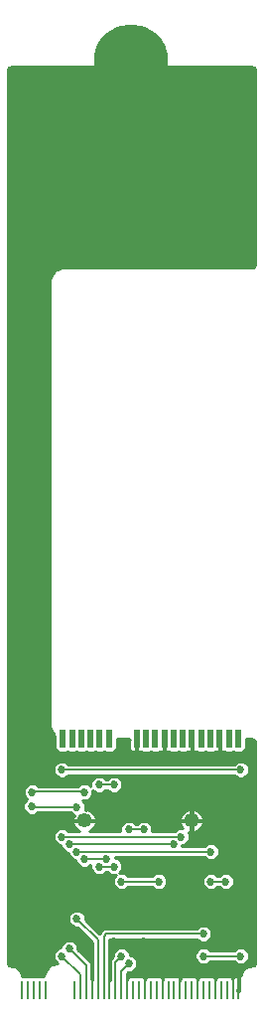
<source format=gbl>
G04 #@! TF.FileFunction,Copper,L2,Bot,Signal*
%FSLAX46Y46*%
G04 Gerber Fmt 4.6, Leading zero omitted, Abs format (unit mm)*
G04 Created by KiCad (PCBNEW 4.0.5) date Monday, October 16, 2017 'PMt' 01:44:04 PM*
%MOMM*%
%LPD*%
G01*
G04 APERTURE LIST*
%ADD10C,0.100000*%
%ADD11R,0.558800X1.500000*%
%ADD12O,1.270000X1.270000*%
%ADD13C,5.080000*%
%ADD14C,6.350000*%
%ADD15R,0.254000X1.600000*%
%ADD16C,0.685800*%
%ADD17C,0.177800*%
%ADD18C,0.254000*%
G04 APERTURE END LIST*
D10*
D11*
X49316400Y-122466000D03*
X48529000Y-122466000D03*
X47741600Y-122466000D03*
X46954200Y-122466000D03*
X46166800Y-122466000D03*
X45379400Y-122466000D03*
X44592000Y-122466000D03*
X43804600Y-122466000D03*
X43017200Y-122466000D03*
X42229800Y-122466000D03*
X41442400Y-122466000D03*
X40655000Y-122466000D03*
X38292800Y-122466000D03*
X37505400Y-122466000D03*
X36718000Y-122466000D03*
X35930600Y-122466000D03*
X35143200Y-122466000D03*
X34355800Y-122466000D03*
D12*
X36210000Y-129432000D03*
X45354000Y-129432000D03*
D13*
X38496000Y-79066000D03*
D14*
X40210000Y-64780000D03*
D15*
X49360000Y-143880000D03*
X48860000Y-143880000D03*
X48360000Y-143880000D03*
X47860000Y-143880000D03*
X47360000Y-143880000D03*
X46860000Y-143880000D03*
X46360000Y-143880000D03*
X45860000Y-143880000D03*
X45360000Y-143880000D03*
X44860000Y-143880000D03*
X44360000Y-143880000D03*
X43860000Y-143880000D03*
X43360000Y-143880000D03*
X42860000Y-143880000D03*
X42360000Y-143880000D03*
X41860000Y-143880000D03*
X41360000Y-143880000D03*
X40860000Y-143880000D03*
X40360000Y-143880000D03*
X39860000Y-143880000D03*
X39360000Y-143880000D03*
X38860000Y-143880000D03*
X38360000Y-143880000D03*
X37860000Y-143880000D03*
X37360000Y-143880000D03*
X36860000Y-143880000D03*
X36360000Y-143880000D03*
X35860000Y-143880000D03*
X35360000Y-143880000D03*
X32860000Y-143880000D03*
X32360000Y-143880000D03*
X31860000Y-143880000D03*
X31360000Y-143880000D03*
X30860000Y-143880000D03*
D16*
X49530000Y-140970000D03*
X46355000Y-140970000D03*
X49530000Y-125095000D03*
X34290000Y-125095000D03*
X41275000Y-139700000D03*
X38735000Y-139700000D03*
X35560000Y-139065000D03*
X43180000Y-126365000D03*
X39370000Y-123190000D03*
X47625000Y-129540000D03*
X35560000Y-137795000D03*
X46990000Y-132080000D03*
X35560000Y-132080000D03*
X46355000Y-139065000D03*
X44450000Y-130810000D03*
X34290000Y-130810000D03*
X34290000Y-140970000D03*
X43815000Y-131445000D03*
X34925000Y-131445000D03*
X34925000Y-140335000D03*
X39370000Y-134620000D03*
X39370000Y-140970000D03*
X42545000Y-134620000D03*
X40005000Y-130175000D03*
X40005000Y-141605000D03*
X41275000Y-130175000D03*
X38100000Y-132715000D03*
X36195000Y-132715000D03*
X37465000Y-126365000D03*
X38735000Y-126365000D03*
X38735000Y-133350000D03*
X37465000Y-133350000D03*
X31750000Y-127000000D03*
X36195000Y-127000000D03*
X31710000Y-128230000D03*
X35560000Y-128270000D03*
X48260000Y-134620000D03*
X46990000Y-134620000D03*
D17*
X46355000Y-140970000D02*
X49530000Y-140970000D01*
X34290000Y-125095000D02*
X49530000Y-125095000D01*
X42860000Y-143880000D02*
X42860000Y-141690000D01*
X43180000Y-141605000D02*
X43180000Y-141690000D01*
X42945000Y-141605000D02*
X43180000Y-141605000D01*
X42860000Y-141690000D02*
X42945000Y-141605000D01*
X44360000Y-143880000D02*
X44360000Y-141690000D01*
X44450000Y-141605000D02*
X44450000Y-141690000D01*
X44445000Y-141605000D02*
X44450000Y-141605000D01*
X44360000Y-141690000D02*
X44445000Y-141605000D01*
X45860000Y-143880000D02*
X45860000Y-141690000D01*
X45720000Y-141605000D02*
X45720000Y-141690000D01*
X45775000Y-141605000D02*
X45720000Y-141605000D01*
X45860000Y-141690000D02*
X45775000Y-141605000D01*
X47360000Y-143880000D02*
X47360000Y-141690000D01*
X47625000Y-141605000D02*
X47625000Y-141690000D01*
X47445000Y-141605000D02*
X47625000Y-141605000D01*
X47360000Y-141690000D02*
X47445000Y-141605000D01*
X48860000Y-143880000D02*
X48860000Y-141690000D01*
X48895000Y-141605000D02*
X48895000Y-141690000D01*
X48895000Y-141655000D02*
X48895000Y-141605000D01*
X48860000Y-141690000D02*
X48895000Y-141655000D01*
X41360000Y-141690000D02*
X43180000Y-141690000D01*
X43180000Y-141690000D02*
X44450000Y-141690000D01*
X44450000Y-141690000D02*
X45720000Y-141690000D01*
X45720000Y-141690000D02*
X47625000Y-141690000D01*
X47625000Y-141690000D02*
X48895000Y-141690000D01*
X48895000Y-141690000D02*
X48980000Y-141690000D01*
X49360000Y-142070000D02*
X49360000Y-143880000D01*
X48980000Y-141690000D02*
X49360000Y-142070000D01*
X41360000Y-143880000D02*
X41360000Y-141690000D01*
X41360000Y-141690000D02*
X41275000Y-141605000D01*
X39860000Y-143880000D02*
X39860000Y-143020000D01*
X41275000Y-141605000D02*
X41275000Y-139700000D01*
X39860000Y-143020000D02*
X41275000Y-141605000D01*
X38360000Y-143880000D02*
X38360000Y-140075000D01*
X38360000Y-140075000D02*
X38735000Y-139700000D01*
X36860000Y-143880000D02*
X36860000Y-140365000D01*
X36860000Y-140365000D02*
X35560000Y-139065000D01*
X40210000Y-64780000D02*
X40210000Y-69010000D01*
X40210000Y-69010000D02*
X40005000Y-69215000D01*
X37360000Y-143880000D02*
X37360000Y-139595000D01*
X37360000Y-139595000D02*
X35560000Y-137795000D01*
X35560000Y-132080000D02*
X46990000Y-132080000D01*
X37860000Y-143880000D02*
X37860000Y-139305000D01*
X37860000Y-139305000D02*
X38100000Y-139065000D01*
X46355000Y-139065000D02*
X38100000Y-139065000D01*
X44450000Y-130810000D02*
X34290000Y-130810000D01*
X35860000Y-143880000D02*
X35860000Y-142540000D01*
X35860000Y-142540000D02*
X34290000Y-140970000D01*
X36360000Y-143880000D02*
X36360000Y-141770000D01*
X34925000Y-131445000D02*
X43815000Y-131445000D01*
X36360000Y-141770000D02*
X34925000Y-140335000D01*
X38860000Y-143880000D02*
X38860000Y-141480000D01*
X38860000Y-141480000D02*
X39370000Y-140970000D01*
X39370000Y-134620000D02*
X42545000Y-134620000D01*
X39360000Y-143880000D02*
X39360000Y-142250000D01*
X39360000Y-142250000D02*
X40005000Y-141605000D01*
X40005000Y-130175000D02*
X41275000Y-130175000D01*
X36195000Y-132715000D02*
X38100000Y-132715000D01*
X38735000Y-126365000D02*
X37465000Y-126365000D01*
X37465000Y-133350000D02*
X38735000Y-133350000D01*
X34925000Y-126980000D02*
X31770000Y-126980000D01*
X31770000Y-126980000D02*
X31750000Y-127000000D01*
X34925000Y-126980000D02*
X36175000Y-126980000D01*
X36175000Y-126980000D02*
X36195000Y-127000000D01*
X31750000Y-128270000D02*
X35560000Y-128270000D01*
X31710000Y-128230000D02*
X31750000Y-128270000D01*
X46990000Y-134620000D02*
X48260000Y-134620000D01*
D18*
G36*
X50569089Y-65266632D02*
X50661571Y-65328427D01*
X50723368Y-65420911D01*
X50754000Y-65574911D01*
X50754000Y-81985089D01*
X50723368Y-82139089D01*
X50661571Y-82231573D01*
X50569089Y-82293368D01*
X50415089Y-82324000D01*
X34460000Y-82324000D01*
X34415950Y-82332762D01*
X34371040Y-82332762D01*
X34084026Y-82389852D01*
X34084025Y-82389852D01*
X34015937Y-82418055D01*
X33919647Y-82457940D01*
X33919646Y-82457941D01*
X33676329Y-82620520D01*
X33613425Y-82683425D01*
X33550520Y-82746329D01*
X33387940Y-82989646D01*
X33341219Y-83102441D01*
X33319852Y-83154026D01*
X33262762Y-83441039D01*
X33262762Y-83485950D01*
X33254000Y-83530000D01*
X33254000Y-121280000D01*
X33262762Y-121324050D01*
X33262762Y-121368961D01*
X33319852Y-121655974D01*
X33319852Y-121655975D01*
X33387940Y-121820354D01*
X33550520Y-122063671D01*
X33613425Y-122126575D01*
X33676329Y-122189480D01*
X33687936Y-122197236D01*
X33687936Y-123216000D01*
X33714503Y-123357190D01*
X33797946Y-123486865D01*
X33925266Y-123573859D01*
X34076400Y-123604464D01*
X34635200Y-123604464D01*
X34753695Y-123582167D01*
X34863800Y-123604464D01*
X35422600Y-123604464D01*
X35541095Y-123582167D01*
X35651200Y-123604464D01*
X36210000Y-123604464D01*
X36328495Y-123582167D01*
X36438600Y-123604464D01*
X36997400Y-123604464D01*
X37115895Y-123582167D01*
X37226000Y-123604464D01*
X37784800Y-123604464D01*
X37903295Y-123582167D01*
X38013400Y-123604464D01*
X38572200Y-123604464D01*
X38713390Y-123577897D01*
X38843065Y-123494454D01*
X38930059Y-123367134D01*
X38960664Y-123216000D01*
X38960664Y-122486000D01*
X39994600Y-122486000D01*
X39994600Y-122529502D01*
X40089848Y-122529502D01*
X39994600Y-122624750D01*
X39994600Y-123291785D01*
X40052604Y-123431819D01*
X40159780Y-123538996D01*
X40299814Y-123597000D01*
X40496250Y-123597000D01*
X40591500Y-123501750D01*
X40591500Y-122529500D01*
X40571500Y-122529500D01*
X40571500Y-122486000D01*
X40738500Y-122486000D01*
X40738500Y-122529500D01*
X40718500Y-122529500D01*
X40718500Y-123501750D01*
X40813750Y-123597000D01*
X41010186Y-123597000D01*
X41048261Y-123581229D01*
X41163000Y-123604464D01*
X41721800Y-123604464D01*
X41840295Y-123582167D01*
X41950400Y-123604464D01*
X42509200Y-123604464D01*
X42626670Y-123582360D01*
X42662014Y-123597000D01*
X42858450Y-123597000D01*
X42953700Y-123501750D01*
X42953700Y-122529500D01*
X42933700Y-122529500D01*
X42933700Y-122486000D01*
X43100700Y-122486000D01*
X43100700Y-122529500D01*
X43080700Y-122529500D01*
X43080700Y-123501750D01*
X43175950Y-123597000D01*
X43372386Y-123597000D01*
X43410461Y-123581229D01*
X43525200Y-123604464D01*
X44084000Y-123604464D01*
X44202495Y-123582167D01*
X44312600Y-123604464D01*
X44871400Y-123604464D01*
X44988870Y-123582360D01*
X45024214Y-123597000D01*
X45220650Y-123597000D01*
X45315900Y-123501750D01*
X45315900Y-122529500D01*
X45295900Y-122529500D01*
X45295900Y-122486000D01*
X45462900Y-122486000D01*
X45462900Y-122529500D01*
X45442900Y-122529500D01*
X45442900Y-123501750D01*
X45538150Y-123597000D01*
X45734586Y-123597000D01*
X45772661Y-123581229D01*
X45887400Y-123604464D01*
X46446200Y-123604464D01*
X46564695Y-123582167D01*
X46674800Y-123604464D01*
X47233600Y-123604464D01*
X47351070Y-123582360D01*
X47386414Y-123597000D01*
X47582850Y-123597000D01*
X47678100Y-123501750D01*
X47678100Y-122529500D01*
X47658100Y-122529500D01*
X47658100Y-122486000D01*
X47825100Y-122486000D01*
X47825100Y-122529500D01*
X47805100Y-122529500D01*
X47805100Y-123501750D01*
X47900350Y-123597000D01*
X48096786Y-123597000D01*
X48134861Y-123581229D01*
X48249600Y-123604464D01*
X48808400Y-123604464D01*
X48926895Y-123582167D01*
X49037000Y-123604464D01*
X49595800Y-123604464D01*
X49736990Y-123577897D01*
X49866665Y-123494454D01*
X49953659Y-123367134D01*
X49984264Y-123216000D01*
X49984264Y-122486000D01*
X50415089Y-122486000D01*
X50569089Y-122516632D01*
X50661571Y-122578427D01*
X50723368Y-122670911D01*
X50754000Y-122824911D01*
X50754000Y-141485089D01*
X50723368Y-141639089D01*
X50661571Y-141731573D01*
X50569089Y-141793368D01*
X50371039Y-141832762D01*
X50371038Y-141832762D01*
X50179697Y-141870822D01*
X50179695Y-141870822D01*
X50015316Y-141938911D01*
X49853105Y-142047298D01*
X49786568Y-142113836D01*
X49727298Y-142173105D01*
X49618911Y-142335316D01*
X49550822Y-142499695D01*
X49550822Y-142499697D01*
X49512762Y-142691039D01*
X49512762Y-142704988D01*
X49423500Y-142794250D01*
X49423500Y-143816500D01*
X49443500Y-143816500D01*
X49443500Y-143943500D01*
X49423500Y-143943500D01*
X49423500Y-143963500D01*
X49296500Y-143963500D01*
X49296500Y-143943500D01*
X49276500Y-143943500D01*
X49276500Y-143816500D01*
X49296500Y-143816500D01*
X49296500Y-143792750D01*
X49368000Y-143721250D01*
X49368000Y-143004215D01*
X49309996Y-142864181D01*
X49296500Y-142850685D01*
X49296500Y-142794250D01*
X49201250Y-142699000D01*
X49157214Y-142699000D01*
X49110000Y-142718557D01*
X49062786Y-142699000D01*
X49018750Y-142699000D01*
X48923500Y-142794250D01*
X48923500Y-142850685D01*
X48910004Y-142864181D01*
X48858329Y-142988936D01*
X48848897Y-142938810D01*
X48796500Y-142857382D01*
X48796500Y-142794250D01*
X48701250Y-142699000D01*
X48657214Y-142699000D01*
X48613426Y-142717138D01*
X48487000Y-142691536D01*
X48233000Y-142691536D01*
X48105486Y-142715530D01*
X47987000Y-142691536D01*
X47733000Y-142691536D01*
X47603565Y-142715891D01*
X47562786Y-142699000D01*
X47518750Y-142699000D01*
X47423500Y-142794250D01*
X47423500Y-142858090D01*
X47375141Y-142928866D01*
X47360568Y-143000833D01*
X47348897Y-142938810D01*
X47296500Y-142857382D01*
X47296500Y-142794250D01*
X47201250Y-142699000D01*
X47157214Y-142699000D01*
X47113426Y-142717138D01*
X46987000Y-142691536D01*
X46733000Y-142691536D01*
X46605486Y-142715530D01*
X46487000Y-142691536D01*
X46233000Y-142691536D01*
X46103565Y-142715891D01*
X46062786Y-142699000D01*
X46018750Y-142699000D01*
X45923500Y-142794250D01*
X45923500Y-142858090D01*
X45875141Y-142928866D01*
X45860568Y-143000833D01*
X45848897Y-142938810D01*
X45796500Y-142857382D01*
X45796500Y-142794250D01*
X45701250Y-142699000D01*
X45657214Y-142699000D01*
X45613426Y-142717138D01*
X45487000Y-142691536D01*
X45233000Y-142691536D01*
X45105486Y-142715530D01*
X44987000Y-142691536D01*
X44733000Y-142691536D01*
X44603565Y-142715891D01*
X44562786Y-142699000D01*
X44518750Y-142699000D01*
X44423500Y-142794250D01*
X44423500Y-142858090D01*
X44375141Y-142928866D01*
X44360568Y-143000833D01*
X44348897Y-142938810D01*
X44296500Y-142857382D01*
X44296500Y-142794250D01*
X44201250Y-142699000D01*
X44157214Y-142699000D01*
X44113426Y-142717138D01*
X43987000Y-142691536D01*
X43733000Y-142691536D01*
X43605486Y-142715530D01*
X43487000Y-142691536D01*
X43233000Y-142691536D01*
X43103565Y-142715891D01*
X43062786Y-142699000D01*
X43018750Y-142699000D01*
X42923500Y-142794250D01*
X42923500Y-142858090D01*
X42875141Y-142928866D01*
X42860568Y-143000833D01*
X42848897Y-142938810D01*
X42796500Y-142857382D01*
X42796500Y-142794250D01*
X42701250Y-142699000D01*
X42657214Y-142699000D01*
X42613426Y-142717138D01*
X42487000Y-142691536D01*
X42233000Y-142691536D01*
X42105486Y-142715530D01*
X41987000Y-142691536D01*
X41733000Y-142691536D01*
X41603565Y-142715891D01*
X41562786Y-142699000D01*
X41518750Y-142699000D01*
X41423500Y-142794250D01*
X41423500Y-142858090D01*
X41375141Y-142928866D01*
X41360568Y-143000833D01*
X41348897Y-142938810D01*
X41296500Y-142857382D01*
X41296500Y-142794250D01*
X41201250Y-142699000D01*
X41157214Y-142699000D01*
X41113426Y-142717138D01*
X40987000Y-142691536D01*
X40733000Y-142691536D01*
X40605486Y-142715530D01*
X40487000Y-142691536D01*
X40233000Y-142691536D01*
X40103565Y-142715891D01*
X40062786Y-142699000D01*
X40018750Y-142699000D01*
X39923500Y-142794250D01*
X39923500Y-142858090D01*
X39875141Y-142928866D01*
X39860568Y-143000833D01*
X39848897Y-142938810D01*
X39829900Y-142909288D01*
X39829900Y-142444638D01*
X39945690Y-142328848D01*
X40148361Y-142329025D01*
X40414521Y-142219050D01*
X40618335Y-142015592D01*
X40728774Y-141749624D01*
X40729025Y-141461639D01*
X40619050Y-141195479D01*
X40537076Y-141113361D01*
X45630975Y-141113361D01*
X45740950Y-141379521D01*
X45944408Y-141583335D01*
X46210376Y-141693774D01*
X46498361Y-141694025D01*
X46764521Y-141584050D01*
X46908923Y-141439900D01*
X48976224Y-141439900D01*
X49119408Y-141583335D01*
X49385376Y-141693774D01*
X49673361Y-141694025D01*
X49939521Y-141584050D01*
X50143335Y-141380592D01*
X50253774Y-141114624D01*
X50254025Y-140826639D01*
X50144050Y-140560479D01*
X49940592Y-140356665D01*
X49674624Y-140246226D01*
X49386639Y-140245975D01*
X49120479Y-140355950D01*
X48976077Y-140500100D01*
X46908776Y-140500100D01*
X46765592Y-140356665D01*
X46499624Y-140246226D01*
X46211639Y-140245975D01*
X45945479Y-140355950D01*
X45741665Y-140559408D01*
X45631226Y-140825376D01*
X45630975Y-141113361D01*
X40537076Y-141113361D01*
X40415592Y-140991665D01*
X40149624Y-140881226D01*
X40093977Y-140881177D01*
X40094025Y-140826639D01*
X39984050Y-140560479D01*
X39780592Y-140356665D01*
X39514624Y-140246226D01*
X39226639Y-140245975D01*
X38960479Y-140355950D01*
X38756665Y-140559408D01*
X38646226Y-140825376D01*
X38646048Y-141029414D01*
X38527731Y-141147731D01*
X38425869Y-141300177D01*
X38390100Y-141480000D01*
X38390100Y-142906973D01*
X38375141Y-142928866D01*
X38360568Y-143000833D01*
X38348897Y-142938810D01*
X38329900Y-142909288D01*
X38329900Y-139534900D01*
X45801224Y-139534900D01*
X45944408Y-139678335D01*
X46210376Y-139788774D01*
X46498361Y-139789025D01*
X46764521Y-139679050D01*
X46968335Y-139475592D01*
X47078774Y-139209624D01*
X47079025Y-138921639D01*
X46969050Y-138655479D01*
X46765592Y-138451665D01*
X46499624Y-138341226D01*
X46211639Y-138340975D01*
X45945479Y-138450950D01*
X45801077Y-138595100D01*
X38100000Y-138595100D01*
X37920177Y-138630869D01*
X37767730Y-138732731D01*
X37527731Y-138972731D01*
X37477478Y-139047939D01*
X36283848Y-137854310D01*
X36284025Y-137651639D01*
X36174050Y-137385479D01*
X35970592Y-137181665D01*
X35704624Y-137071226D01*
X35416639Y-137070975D01*
X35150479Y-137180950D01*
X34946665Y-137384408D01*
X34836226Y-137650376D01*
X34835975Y-137938361D01*
X34945950Y-138204521D01*
X35149408Y-138408335D01*
X35415376Y-138518774D01*
X35619414Y-138518952D01*
X36890100Y-139789639D01*
X36890100Y-142906973D01*
X36875141Y-142928866D01*
X36860568Y-143000833D01*
X36848897Y-142938810D01*
X36829900Y-142909288D01*
X36829900Y-141770000D01*
X36794131Y-141590177D01*
X36753922Y-141530000D01*
X36692269Y-141437730D01*
X35648848Y-140394310D01*
X35649025Y-140191639D01*
X35539050Y-139925479D01*
X35335592Y-139721665D01*
X35069624Y-139611226D01*
X34781639Y-139610975D01*
X34515479Y-139720950D01*
X34311665Y-139924408D01*
X34201226Y-140190376D01*
X34201177Y-140246023D01*
X34146639Y-140245975D01*
X33880479Y-140355950D01*
X33676665Y-140559408D01*
X33566226Y-140825376D01*
X33565975Y-141113361D01*
X33675950Y-141379521D01*
X33878836Y-141582762D01*
X33871038Y-141582762D01*
X33871036Y-141582763D01*
X33584026Y-141639852D01*
X33584025Y-141639852D01*
X33515937Y-141668055D01*
X33419647Y-141707940D01*
X33419646Y-141707941D01*
X33176329Y-141870520D01*
X33113425Y-141933425D01*
X33050520Y-141996329D01*
X32887940Y-142239646D01*
X32834376Y-142368961D01*
X32819852Y-142404026D01*
X32762762Y-142691039D01*
X32762762Y-142691536D01*
X32733000Y-142691536D01*
X32605486Y-142715530D01*
X32487000Y-142691536D01*
X32233000Y-142691536D01*
X32105486Y-142715530D01*
X31987000Y-142691536D01*
X31733000Y-142691536D01*
X31605486Y-142715530D01*
X31487000Y-142691536D01*
X31233000Y-142691536D01*
X31105486Y-142715530D01*
X30987000Y-142691536D01*
X30907238Y-142691536D01*
X30907238Y-142691040D01*
X30869178Y-142499697D01*
X30869178Y-142499695D01*
X30801089Y-142335316D01*
X30692702Y-142173105D01*
X30608830Y-142089234D01*
X30566895Y-142047298D01*
X30404684Y-141938911D01*
X30240305Y-141870822D01*
X30240303Y-141870822D01*
X30048961Y-141832762D01*
X29850911Y-141793368D01*
X29758427Y-141731571D01*
X29696632Y-141639089D01*
X29666000Y-141485089D01*
X29666000Y-130953361D01*
X33565975Y-130953361D01*
X33675950Y-131219521D01*
X33879408Y-131423335D01*
X34145376Y-131533774D01*
X34201023Y-131533823D01*
X34200975Y-131588361D01*
X34310950Y-131854521D01*
X34514408Y-132058335D01*
X34780376Y-132168774D01*
X34836023Y-132168823D01*
X34835975Y-132223361D01*
X34945950Y-132489521D01*
X35149408Y-132693335D01*
X35415376Y-132803774D01*
X35471023Y-132803823D01*
X35470975Y-132858361D01*
X35580950Y-133124521D01*
X35784408Y-133328335D01*
X36050376Y-133438774D01*
X36338361Y-133439025D01*
X36604521Y-133329050D01*
X36748923Y-133184900D01*
X36749728Y-133184900D01*
X36741226Y-133205376D01*
X36740975Y-133493361D01*
X36850950Y-133759521D01*
X37054408Y-133963335D01*
X37320376Y-134073774D01*
X37608361Y-134074025D01*
X37874521Y-133964050D01*
X38018923Y-133819900D01*
X38181224Y-133819900D01*
X38324408Y-133963335D01*
X38590376Y-134073774D01*
X38878361Y-134074025D01*
X38902118Y-134064209D01*
X38756665Y-134209408D01*
X38646226Y-134475376D01*
X38645975Y-134763361D01*
X38755950Y-135029521D01*
X38959408Y-135233335D01*
X39225376Y-135343774D01*
X39513361Y-135344025D01*
X39779521Y-135234050D01*
X39923923Y-135089900D01*
X41991224Y-135089900D01*
X42134408Y-135233335D01*
X42400376Y-135343774D01*
X42688361Y-135344025D01*
X42954521Y-135234050D01*
X43158335Y-135030592D01*
X43268774Y-134764624D01*
X43268775Y-134763361D01*
X46265975Y-134763361D01*
X46375950Y-135029521D01*
X46579408Y-135233335D01*
X46845376Y-135343774D01*
X47133361Y-135344025D01*
X47399521Y-135234050D01*
X47543923Y-135089900D01*
X47706224Y-135089900D01*
X47849408Y-135233335D01*
X48115376Y-135343774D01*
X48403361Y-135344025D01*
X48669521Y-135234050D01*
X48873335Y-135030592D01*
X48983774Y-134764624D01*
X48984025Y-134476639D01*
X48874050Y-134210479D01*
X48670592Y-134006665D01*
X48404624Y-133896226D01*
X48116639Y-133895975D01*
X47850479Y-134005950D01*
X47706077Y-134150100D01*
X47543776Y-134150100D01*
X47400592Y-134006665D01*
X47134624Y-133896226D01*
X46846639Y-133895975D01*
X46580479Y-134005950D01*
X46376665Y-134209408D01*
X46266226Y-134475376D01*
X46265975Y-134763361D01*
X43268775Y-134763361D01*
X43269025Y-134476639D01*
X43159050Y-134210479D01*
X42955592Y-134006665D01*
X42689624Y-133896226D01*
X42401639Y-133895975D01*
X42135479Y-134005950D01*
X41991077Y-134150100D01*
X39923776Y-134150100D01*
X39780592Y-134006665D01*
X39514624Y-133896226D01*
X39226639Y-133895975D01*
X39202882Y-133905791D01*
X39348335Y-133760592D01*
X39458774Y-133494624D01*
X39459025Y-133206639D01*
X39349050Y-132940479D01*
X39145592Y-132736665D01*
X38879624Y-132626226D01*
X38823977Y-132626177D01*
X38824025Y-132571639D01*
X38815043Y-132549900D01*
X46436224Y-132549900D01*
X46579408Y-132693335D01*
X46845376Y-132803774D01*
X47133361Y-132804025D01*
X47399521Y-132694050D01*
X47603335Y-132490592D01*
X47713774Y-132224624D01*
X47714025Y-131936639D01*
X47604050Y-131670479D01*
X47400592Y-131466665D01*
X47134624Y-131356226D01*
X46846639Y-131355975D01*
X46580479Y-131465950D01*
X46436077Y-131610100D01*
X44530272Y-131610100D01*
X44538774Y-131589624D01*
X44538823Y-131533977D01*
X44593361Y-131534025D01*
X44859521Y-131424050D01*
X45063335Y-131220592D01*
X45173774Y-130954624D01*
X45174025Y-130666639D01*
X45064050Y-130400479D01*
X45051226Y-130387632D01*
X45132654Y-130423603D01*
X45290500Y-130350771D01*
X45290500Y-129495500D01*
X45417500Y-129495500D01*
X45417500Y-130350771D01*
X45575346Y-130423603D01*
X45937967Y-130263416D01*
X46211684Y-129976654D01*
X46345596Y-129653345D01*
X46272558Y-129495500D01*
X45417500Y-129495500D01*
X45290500Y-129495500D01*
X44435442Y-129495500D01*
X44362404Y-129653345D01*
X44496316Y-129976654D01*
X44605026Y-130090545D01*
X44594624Y-130086226D01*
X44306639Y-130085975D01*
X44040479Y-130195950D01*
X43896077Y-130340100D01*
X41990272Y-130340100D01*
X41998774Y-130319624D01*
X41999025Y-130031639D01*
X41889050Y-129765479D01*
X41685592Y-129561665D01*
X41419624Y-129451226D01*
X41131639Y-129450975D01*
X40865479Y-129560950D01*
X40721077Y-129705100D01*
X40558776Y-129705100D01*
X40415592Y-129561665D01*
X40149624Y-129451226D01*
X39861639Y-129450975D01*
X39595479Y-129560950D01*
X39391665Y-129764408D01*
X39281226Y-130030376D01*
X39280975Y-130318361D01*
X39289957Y-130340100D01*
X36620375Y-130340100D01*
X36793967Y-130263416D01*
X37067684Y-129976654D01*
X37201596Y-129653345D01*
X37128558Y-129495500D01*
X36273500Y-129495500D01*
X36273500Y-129515500D01*
X36146500Y-129515500D01*
X36146500Y-129495500D01*
X35291442Y-129495500D01*
X35218404Y-129653345D01*
X35352316Y-129976654D01*
X35626033Y-130263416D01*
X35799625Y-130340100D01*
X34843776Y-130340100D01*
X34700592Y-130196665D01*
X34434624Y-130086226D01*
X34146639Y-130085975D01*
X33880479Y-130195950D01*
X33676665Y-130399408D01*
X33566226Y-130665376D01*
X33565975Y-130953361D01*
X29666000Y-130953361D01*
X29666000Y-128373361D01*
X30985975Y-128373361D01*
X31095950Y-128639521D01*
X31299408Y-128843335D01*
X31565376Y-128953774D01*
X31853361Y-128954025D01*
X32119521Y-128844050D01*
X32223853Y-128739900D01*
X35006224Y-128739900D01*
X35149408Y-128883335D01*
X35323957Y-128955814D01*
X35218404Y-129210655D01*
X35291442Y-129368500D01*
X36146500Y-129368500D01*
X36146500Y-129348500D01*
X36273500Y-129348500D01*
X36273500Y-129368500D01*
X37128558Y-129368500D01*
X37201596Y-129210655D01*
X44362404Y-129210655D01*
X44435442Y-129368500D01*
X45290500Y-129368500D01*
X45290500Y-128513229D01*
X45417500Y-128513229D01*
X45417500Y-129368500D01*
X46272558Y-129368500D01*
X46345596Y-129210655D01*
X46211684Y-128887346D01*
X45937967Y-128600584D01*
X45575346Y-128440397D01*
X45417500Y-128513229D01*
X45290500Y-128513229D01*
X45132654Y-128440397D01*
X44770033Y-128600584D01*
X44496316Y-128887346D01*
X44362404Y-129210655D01*
X37201596Y-129210655D01*
X37067684Y-128887346D01*
X36793967Y-128600584D01*
X36431346Y-128440397D01*
X36273502Y-128513228D01*
X36273502Y-128439362D01*
X36283774Y-128414624D01*
X36284025Y-128126639D01*
X36174050Y-127860479D01*
X36028527Y-127714702D01*
X36050376Y-127723774D01*
X36338361Y-127724025D01*
X36604521Y-127614050D01*
X36808335Y-127410592D01*
X36918774Y-127144624D01*
X36919025Y-126856639D01*
X36909209Y-126832882D01*
X37054408Y-126978335D01*
X37320376Y-127088774D01*
X37608361Y-127089025D01*
X37874521Y-126979050D01*
X38018923Y-126834900D01*
X38181224Y-126834900D01*
X38324408Y-126978335D01*
X38590376Y-127088774D01*
X38878361Y-127089025D01*
X39144521Y-126979050D01*
X39348335Y-126775592D01*
X39458774Y-126509624D01*
X39459025Y-126221639D01*
X39349050Y-125955479D01*
X39145592Y-125751665D01*
X38879624Y-125641226D01*
X38591639Y-125640975D01*
X38325479Y-125750950D01*
X38181077Y-125895100D01*
X38018776Y-125895100D01*
X37875592Y-125751665D01*
X37609624Y-125641226D01*
X37321639Y-125640975D01*
X37055479Y-125750950D01*
X36851665Y-125954408D01*
X36741226Y-126220376D01*
X36740975Y-126508361D01*
X36750791Y-126532118D01*
X36605592Y-126386665D01*
X36339624Y-126276226D01*
X36051639Y-126275975D01*
X35785479Y-126385950D01*
X35661112Y-126510100D01*
X32283811Y-126510100D01*
X32160592Y-126386665D01*
X31894624Y-126276226D01*
X31606639Y-126275975D01*
X31340479Y-126385950D01*
X31136665Y-126589408D01*
X31026226Y-126855376D01*
X31025975Y-127143361D01*
X31135950Y-127409521D01*
X31329888Y-127603798D01*
X31300479Y-127615950D01*
X31096665Y-127819408D01*
X30986226Y-128085376D01*
X30985975Y-128373361D01*
X29666000Y-128373361D01*
X29666000Y-125238361D01*
X33565975Y-125238361D01*
X33675950Y-125504521D01*
X33879408Y-125708335D01*
X34145376Y-125818774D01*
X34433361Y-125819025D01*
X34699521Y-125709050D01*
X34843923Y-125564900D01*
X48976224Y-125564900D01*
X49119408Y-125708335D01*
X49385376Y-125818774D01*
X49673361Y-125819025D01*
X49939521Y-125709050D01*
X50143335Y-125505592D01*
X50253774Y-125239624D01*
X50254025Y-124951639D01*
X50144050Y-124685479D01*
X49940592Y-124481665D01*
X49674624Y-124371226D01*
X49386639Y-124370975D01*
X49120479Y-124480950D01*
X48976077Y-124625100D01*
X34843776Y-124625100D01*
X34700592Y-124481665D01*
X34434624Y-124371226D01*
X34146639Y-124370975D01*
X33880479Y-124480950D01*
X33676665Y-124684408D01*
X33566226Y-124950376D01*
X33565975Y-125238361D01*
X29666000Y-125238361D01*
X29666000Y-65574911D01*
X29696632Y-65420911D01*
X29758427Y-65328429D01*
X29850911Y-65266632D01*
X30004911Y-65236000D01*
X50415089Y-65236000D01*
X50569089Y-65266632D01*
X50569089Y-65266632D01*
G37*
X50569089Y-65266632D02*
X50661571Y-65328427D01*
X50723368Y-65420911D01*
X50754000Y-65574911D01*
X50754000Y-81985089D01*
X50723368Y-82139089D01*
X50661571Y-82231573D01*
X50569089Y-82293368D01*
X50415089Y-82324000D01*
X34460000Y-82324000D01*
X34415950Y-82332762D01*
X34371040Y-82332762D01*
X34084026Y-82389852D01*
X34084025Y-82389852D01*
X34015937Y-82418055D01*
X33919647Y-82457940D01*
X33919646Y-82457941D01*
X33676329Y-82620520D01*
X33613425Y-82683425D01*
X33550520Y-82746329D01*
X33387940Y-82989646D01*
X33341219Y-83102441D01*
X33319852Y-83154026D01*
X33262762Y-83441039D01*
X33262762Y-83485950D01*
X33254000Y-83530000D01*
X33254000Y-121280000D01*
X33262762Y-121324050D01*
X33262762Y-121368961D01*
X33319852Y-121655974D01*
X33319852Y-121655975D01*
X33387940Y-121820354D01*
X33550520Y-122063671D01*
X33613425Y-122126575D01*
X33676329Y-122189480D01*
X33687936Y-122197236D01*
X33687936Y-123216000D01*
X33714503Y-123357190D01*
X33797946Y-123486865D01*
X33925266Y-123573859D01*
X34076400Y-123604464D01*
X34635200Y-123604464D01*
X34753695Y-123582167D01*
X34863800Y-123604464D01*
X35422600Y-123604464D01*
X35541095Y-123582167D01*
X35651200Y-123604464D01*
X36210000Y-123604464D01*
X36328495Y-123582167D01*
X36438600Y-123604464D01*
X36997400Y-123604464D01*
X37115895Y-123582167D01*
X37226000Y-123604464D01*
X37784800Y-123604464D01*
X37903295Y-123582167D01*
X38013400Y-123604464D01*
X38572200Y-123604464D01*
X38713390Y-123577897D01*
X38843065Y-123494454D01*
X38930059Y-123367134D01*
X38960664Y-123216000D01*
X38960664Y-122486000D01*
X39994600Y-122486000D01*
X39994600Y-122529502D01*
X40089848Y-122529502D01*
X39994600Y-122624750D01*
X39994600Y-123291785D01*
X40052604Y-123431819D01*
X40159780Y-123538996D01*
X40299814Y-123597000D01*
X40496250Y-123597000D01*
X40591500Y-123501750D01*
X40591500Y-122529500D01*
X40571500Y-122529500D01*
X40571500Y-122486000D01*
X40738500Y-122486000D01*
X40738500Y-122529500D01*
X40718500Y-122529500D01*
X40718500Y-123501750D01*
X40813750Y-123597000D01*
X41010186Y-123597000D01*
X41048261Y-123581229D01*
X41163000Y-123604464D01*
X41721800Y-123604464D01*
X41840295Y-123582167D01*
X41950400Y-123604464D01*
X42509200Y-123604464D01*
X42626670Y-123582360D01*
X42662014Y-123597000D01*
X42858450Y-123597000D01*
X42953700Y-123501750D01*
X42953700Y-122529500D01*
X42933700Y-122529500D01*
X42933700Y-122486000D01*
X43100700Y-122486000D01*
X43100700Y-122529500D01*
X43080700Y-122529500D01*
X43080700Y-123501750D01*
X43175950Y-123597000D01*
X43372386Y-123597000D01*
X43410461Y-123581229D01*
X43525200Y-123604464D01*
X44084000Y-123604464D01*
X44202495Y-123582167D01*
X44312600Y-123604464D01*
X44871400Y-123604464D01*
X44988870Y-123582360D01*
X45024214Y-123597000D01*
X45220650Y-123597000D01*
X45315900Y-123501750D01*
X45315900Y-122529500D01*
X45295900Y-122529500D01*
X45295900Y-122486000D01*
X45462900Y-122486000D01*
X45462900Y-122529500D01*
X45442900Y-122529500D01*
X45442900Y-123501750D01*
X45538150Y-123597000D01*
X45734586Y-123597000D01*
X45772661Y-123581229D01*
X45887400Y-123604464D01*
X46446200Y-123604464D01*
X46564695Y-123582167D01*
X46674800Y-123604464D01*
X47233600Y-123604464D01*
X47351070Y-123582360D01*
X47386414Y-123597000D01*
X47582850Y-123597000D01*
X47678100Y-123501750D01*
X47678100Y-122529500D01*
X47658100Y-122529500D01*
X47658100Y-122486000D01*
X47825100Y-122486000D01*
X47825100Y-122529500D01*
X47805100Y-122529500D01*
X47805100Y-123501750D01*
X47900350Y-123597000D01*
X48096786Y-123597000D01*
X48134861Y-123581229D01*
X48249600Y-123604464D01*
X48808400Y-123604464D01*
X48926895Y-123582167D01*
X49037000Y-123604464D01*
X49595800Y-123604464D01*
X49736990Y-123577897D01*
X49866665Y-123494454D01*
X49953659Y-123367134D01*
X49984264Y-123216000D01*
X49984264Y-122486000D01*
X50415089Y-122486000D01*
X50569089Y-122516632D01*
X50661571Y-122578427D01*
X50723368Y-122670911D01*
X50754000Y-122824911D01*
X50754000Y-141485089D01*
X50723368Y-141639089D01*
X50661571Y-141731573D01*
X50569089Y-141793368D01*
X50371039Y-141832762D01*
X50371038Y-141832762D01*
X50179697Y-141870822D01*
X50179695Y-141870822D01*
X50015316Y-141938911D01*
X49853105Y-142047298D01*
X49786568Y-142113836D01*
X49727298Y-142173105D01*
X49618911Y-142335316D01*
X49550822Y-142499695D01*
X49550822Y-142499697D01*
X49512762Y-142691039D01*
X49512762Y-142704988D01*
X49423500Y-142794250D01*
X49423500Y-143816500D01*
X49443500Y-143816500D01*
X49443500Y-143943500D01*
X49423500Y-143943500D01*
X49423500Y-143963500D01*
X49296500Y-143963500D01*
X49296500Y-143943500D01*
X49276500Y-143943500D01*
X49276500Y-143816500D01*
X49296500Y-143816500D01*
X49296500Y-143792750D01*
X49368000Y-143721250D01*
X49368000Y-143004215D01*
X49309996Y-142864181D01*
X49296500Y-142850685D01*
X49296500Y-142794250D01*
X49201250Y-142699000D01*
X49157214Y-142699000D01*
X49110000Y-142718557D01*
X49062786Y-142699000D01*
X49018750Y-142699000D01*
X48923500Y-142794250D01*
X48923500Y-142850685D01*
X48910004Y-142864181D01*
X48858329Y-142988936D01*
X48848897Y-142938810D01*
X48796500Y-142857382D01*
X48796500Y-142794250D01*
X48701250Y-142699000D01*
X48657214Y-142699000D01*
X48613426Y-142717138D01*
X48487000Y-142691536D01*
X48233000Y-142691536D01*
X48105486Y-142715530D01*
X47987000Y-142691536D01*
X47733000Y-142691536D01*
X47603565Y-142715891D01*
X47562786Y-142699000D01*
X47518750Y-142699000D01*
X47423500Y-142794250D01*
X47423500Y-142858090D01*
X47375141Y-142928866D01*
X47360568Y-143000833D01*
X47348897Y-142938810D01*
X47296500Y-142857382D01*
X47296500Y-142794250D01*
X47201250Y-142699000D01*
X47157214Y-142699000D01*
X47113426Y-142717138D01*
X46987000Y-142691536D01*
X46733000Y-142691536D01*
X46605486Y-142715530D01*
X46487000Y-142691536D01*
X46233000Y-142691536D01*
X46103565Y-142715891D01*
X46062786Y-142699000D01*
X46018750Y-142699000D01*
X45923500Y-142794250D01*
X45923500Y-142858090D01*
X45875141Y-142928866D01*
X45860568Y-143000833D01*
X45848897Y-142938810D01*
X45796500Y-142857382D01*
X45796500Y-142794250D01*
X45701250Y-142699000D01*
X45657214Y-142699000D01*
X45613426Y-142717138D01*
X45487000Y-142691536D01*
X45233000Y-142691536D01*
X45105486Y-142715530D01*
X44987000Y-142691536D01*
X44733000Y-142691536D01*
X44603565Y-142715891D01*
X44562786Y-142699000D01*
X44518750Y-142699000D01*
X44423500Y-142794250D01*
X44423500Y-142858090D01*
X44375141Y-142928866D01*
X44360568Y-143000833D01*
X44348897Y-142938810D01*
X44296500Y-142857382D01*
X44296500Y-142794250D01*
X44201250Y-142699000D01*
X44157214Y-142699000D01*
X44113426Y-142717138D01*
X43987000Y-142691536D01*
X43733000Y-142691536D01*
X43605486Y-142715530D01*
X43487000Y-142691536D01*
X43233000Y-142691536D01*
X43103565Y-142715891D01*
X43062786Y-142699000D01*
X43018750Y-142699000D01*
X42923500Y-142794250D01*
X42923500Y-142858090D01*
X42875141Y-142928866D01*
X42860568Y-143000833D01*
X42848897Y-142938810D01*
X42796500Y-142857382D01*
X42796500Y-142794250D01*
X42701250Y-142699000D01*
X42657214Y-142699000D01*
X42613426Y-142717138D01*
X42487000Y-142691536D01*
X42233000Y-142691536D01*
X42105486Y-142715530D01*
X41987000Y-142691536D01*
X41733000Y-142691536D01*
X41603565Y-142715891D01*
X41562786Y-142699000D01*
X41518750Y-142699000D01*
X41423500Y-142794250D01*
X41423500Y-142858090D01*
X41375141Y-142928866D01*
X41360568Y-143000833D01*
X41348897Y-142938810D01*
X41296500Y-142857382D01*
X41296500Y-142794250D01*
X41201250Y-142699000D01*
X41157214Y-142699000D01*
X41113426Y-142717138D01*
X40987000Y-142691536D01*
X40733000Y-142691536D01*
X40605486Y-142715530D01*
X40487000Y-142691536D01*
X40233000Y-142691536D01*
X40103565Y-142715891D01*
X40062786Y-142699000D01*
X40018750Y-142699000D01*
X39923500Y-142794250D01*
X39923500Y-142858090D01*
X39875141Y-142928866D01*
X39860568Y-143000833D01*
X39848897Y-142938810D01*
X39829900Y-142909288D01*
X39829900Y-142444638D01*
X39945690Y-142328848D01*
X40148361Y-142329025D01*
X40414521Y-142219050D01*
X40618335Y-142015592D01*
X40728774Y-141749624D01*
X40729025Y-141461639D01*
X40619050Y-141195479D01*
X40537076Y-141113361D01*
X45630975Y-141113361D01*
X45740950Y-141379521D01*
X45944408Y-141583335D01*
X46210376Y-141693774D01*
X46498361Y-141694025D01*
X46764521Y-141584050D01*
X46908923Y-141439900D01*
X48976224Y-141439900D01*
X49119408Y-141583335D01*
X49385376Y-141693774D01*
X49673361Y-141694025D01*
X49939521Y-141584050D01*
X50143335Y-141380592D01*
X50253774Y-141114624D01*
X50254025Y-140826639D01*
X50144050Y-140560479D01*
X49940592Y-140356665D01*
X49674624Y-140246226D01*
X49386639Y-140245975D01*
X49120479Y-140355950D01*
X48976077Y-140500100D01*
X46908776Y-140500100D01*
X46765592Y-140356665D01*
X46499624Y-140246226D01*
X46211639Y-140245975D01*
X45945479Y-140355950D01*
X45741665Y-140559408D01*
X45631226Y-140825376D01*
X45630975Y-141113361D01*
X40537076Y-141113361D01*
X40415592Y-140991665D01*
X40149624Y-140881226D01*
X40093977Y-140881177D01*
X40094025Y-140826639D01*
X39984050Y-140560479D01*
X39780592Y-140356665D01*
X39514624Y-140246226D01*
X39226639Y-140245975D01*
X38960479Y-140355950D01*
X38756665Y-140559408D01*
X38646226Y-140825376D01*
X38646048Y-141029414D01*
X38527731Y-141147731D01*
X38425869Y-141300177D01*
X38390100Y-141480000D01*
X38390100Y-142906973D01*
X38375141Y-142928866D01*
X38360568Y-143000833D01*
X38348897Y-142938810D01*
X38329900Y-142909288D01*
X38329900Y-139534900D01*
X45801224Y-139534900D01*
X45944408Y-139678335D01*
X46210376Y-139788774D01*
X46498361Y-139789025D01*
X46764521Y-139679050D01*
X46968335Y-139475592D01*
X47078774Y-139209624D01*
X47079025Y-138921639D01*
X46969050Y-138655479D01*
X46765592Y-138451665D01*
X46499624Y-138341226D01*
X46211639Y-138340975D01*
X45945479Y-138450950D01*
X45801077Y-138595100D01*
X38100000Y-138595100D01*
X37920177Y-138630869D01*
X37767730Y-138732731D01*
X37527731Y-138972731D01*
X37477478Y-139047939D01*
X36283848Y-137854310D01*
X36284025Y-137651639D01*
X36174050Y-137385479D01*
X35970592Y-137181665D01*
X35704624Y-137071226D01*
X35416639Y-137070975D01*
X35150479Y-137180950D01*
X34946665Y-137384408D01*
X34836226Y-137650376D01*
X34835975Y-137938361D01*
X34945950Y-138204521D01*
X35149408Y-138408335D01*
X35415376Y-138518774D01*
X35619414Y-138518952D01*
X36890100Y-139789639D01*
X36890100Y-142906973D01*
X36875141Y-142928866D01*
X36860568Y-143000833D01*
X36848897Y-142938810D01*
X36829900Y-142909288D01*
X36829900Y-141770000D01*
X36794131Y-141590177D01*
X36753922Y-141530000D01*
X36692269Y-141437730D01*
X35648848Y-140394310D01*
X35649025Y-140191639D01*
X35539050Y-139925479D01*
X35335592Y-139721665D01*
X35069624Y-139611226D01*
X34781639Y-139610975D01*
X34515479Y-139720950D01*
X34311665Y-139924408D01*
X34201226Y-140190376D01*
X34201177Y-140246023D01*
X34146639Y-140245975D01*
X33880479Y-140355950D01*
X33676665Y-140559408D01*
X33566226Y-140825376D01*
X33565975Y-141113361D01*
X33675950Y-141379521D01*
X33878836Y-141582762D01*
X33871038Y-141582762D01*
X33871036Y-141582763D01*
X33584026Y-141639852D01*
X33584025Y-141639852D01*
X33515937Y-141668055D01*
X33419647Y-141707940D01*
X33419646Y-141707941D01*
X33176329Y-141870520D01*
X33113425Y-141933425D01*
X33050520Y-141996329D01*
X32887940Y-142239646D01*
X32834376Y-142368961D01*
X32819852Y-142404026D01*
X32762762Y-142691039D01*
X32762762Y-142691536D01*
X32733000Y-142691536D01*
X32605486Y-142715530D01*
X32487000Y-142691536D01*
X32233000Y-142691536D01*
X32105486Y-142715530D01*
X31987000Y-142691536D01*
X31733000Y-142691536D01*
X31605486Y-142715530D01*
X31487000Y-142691536D01*
X31233000Y-142691536D01*
X31105486Y-142715530D01*
X30987000Y-142691536D01*
X30907238Y-142691536D01*
X30907238Y-142691040D01*
X30869178Y-142499697D01*
X30869178Y-142499695D01*
X30801089Y-142335316D01*
X30692702Y-142173105D01*
X30608830Y-142089234D01*
X30566895Y-142047298D01*
X30404684Y-141938911D01*
X30240305Y-141870822D01*
X30240303Y-141870822D01*
X30048961Y-141832762D01*
X29850911Y-141793368D01*
X29758427Y-141731571D01*
X29696632Y-141639089D01*
X29666000Y-141485089D01*
X29666000Y-130953361D01*
X33565975Y-130953361D01*
X33675950Y-131219521D01*
X33879408Y-131423335D01*
X34145376Y-131533774D01*
X34201023Y-131533823D01*
X34200975Y-131588361D01*
X34310950Y-131854521D01*
X34514408Y-132058335D01*
X34780376Y-132168774D01*
X34836023Y-132168823D01*
X34835975Y-132223361D01*
X34945950Y-132489521D01*
X35149408Y-132693335D01*
X35415376Y-132803774D01*
X35471023Y-132803823D01*
X35470975Y-132858361D01*
X35580950Y-133124521D01*
X35784408Y-133328335D01*
X36050376Y-133438774D01*
X36338361Y-133439025D01*
X36604521Y-133329050D01*
X36748923Y-133184900D01*
X36749728Y-133184900D01*
X36741226Y-133205376D01*
X36740975Y-133493361D01*
X36850950Y-133759521D01*
X37054408Y-133963335D01*
X37320376Y-134073774D01*
X37608361Y-134074025D01*
X37874521Y-133964050D01*
X38018923Y-133819900D01*
X38181224Y-133819900D01*
X38324408Y-133963335D01*
X38590376Y-134073774D01*
X38878361Y-134074025D01*
X38902118Y-134064209D01*
X38756665Y-134209408D01*
X38646226Y-134475376D01*
X38645975Y-134763361D01*
X38755950Y-135029521D01*
X38959408Y-135233335D01*
X39225376Y-135343774D01*
X39513361Y-135344025D01*
X39779521Y-135234050D01*
X39923923Y-135089900D01*
X41991224Y-135089900D01*
X42134408Y-135233335D01*
X42400376Y-135343774D01*
X42688361Y-135344025D01*
X42954521Y-135234050D01*
X43158335Y-135030592D01*
X43268774Y-134764624D01*
X43268775Y-134763361D01*
X46265975Y-134763361D01*
X46375950Y-135029521D01*
X46579408Y-135233335D01*
X46845376Y-135343774D01*
X47133361Y-135344025D01*
X47399521Y-135234050D01*
X47543923Y-135089900D01*
X47706224Y-135089900D01*
X47849408Y-135233335D01*
X48115376Y-135343774D01*
X48403361Y-135344025D01*
X48669521Y-135234050D01*
X48873335Y-135030592D01*
X48983774Y-134764624D01*
X48984025Y-134476639D01*
X48874050Y-134210479D01*
X48670592Y-134006665D01*
X48404624Y-133896226D01*
X48116639Y-133895975D01*
X47850479Y-134005950D01*
X47706077Y-134150100D01*
X47543776Y-134150100D01*
X47400592Y-134006665D01*
X47134624Y-133896226D01*
X46846639Y-133895975D01*
X46580479Y-134005950D01*
X46376665Y-134209408D01*
X46266226Y-134475376D01*
X46265975Y-134763361D01*
X43268775Y-134763361D01*
X43269025Y-134476639D01*
X43159050Y-134210479D01*
X42955592Y-134006665D01*
X42689624Y-133896226D01*
X42401639Y-133895975D01*
X42135479Y-134005950D01*
X41991077Y-134150100D01*
X39923776Y-134150100D01*
X39780592Y-134006665D01*
X39514624Y-133896226D01*
X39226639Y-133895975D01*
X39202882Y-133905791D01*
X39348335Y-133760592D01*
X39458774Y-133494624D01*
X39459025Y-133206639D01*
X39349050Y-132940479D01*
X39145592Y-132736665D01*
X38879624Y-132626226D01*
X38823977Y-132626177D01*
X38824025Y-132571639D01*
X38815043Y-132549900D01*
X46436224Y-132549900D01*
X46579408Y-132693335D01*
X46845376Y-132803774D01*
X47133361Y-132804025D01*
X47399521Y-132694050D01*
X47603335Y-132490592D01*
X47713774Y-132224624D01*
X47714025Y-131936639D01*
X47604050Y-131670479D01*
X47400592Y-131466665D01*
X47134624Y-131356226D01*
X46846639Y-131355975D01*
X46580479Y-131465950D01*
X46436077Y-131610100D01*
X44530272Y-131610100D01*
X44538774Y-131589624D01*
X44538823Y-131533977D01*
X44593361Y-131534025D01*
X44859521Y-131424050D01*
X45063335Y-131220592D01*
X45173774Y-130954624D01*
X45174025Y-130666639D01*
X45064050Y-130400479D01*
X45051226Y-130387632D01*
X45132654Y-130423603D01*
X45290500Y-130350771D01*
X45290500Y-129495500D01*
X45417500Y-129495500D01*
X45417500Y-130350771D01*
X45575346Y-130423603D01*
X45937967Y-130263416D01*
X46211684Y-129976654D01*
X46345596Y-129653345D01*
X46272558Y-129495500D01*
X45417500Y-129495500D01*
X45290500Y-129495500D01*
X44435442Y-129495500D01*
X44362404Y-129653345D01*
X44496316Y-129976654D01*
X44605026Y-130090545D01*
X44594624Y-130086226D01*
X44306639Y-130085975D01*
X44040479Y-130195950D01*
X43896077Y-130340100D01*
X41990272Y-130340100D01*
X41998774Y-130319624D01*
X41999025Y-130031639D01*
X41889050Y-129765479D01*
X41685592Y-129561665D01*
X41419624Y-129451226D01*
X41131639Y-129450975D01*
X40865479Y-129560950D01*
X40721077Y-129705100D01*
X40558776Y-129705100D01*
X40415592Y-129561665D01*
X40149624Y-129451226D01*
X39861639Y-129450975D01*
X39595479Y-129560950D01*
X39391665Y-129764408D01*
X39281226Y-130030376D01*
X39280975Y-130318361D01*
X39289957Y-130340100D01*
X36620375Y-130340100D01*
X36793967Y-130263416D01*
X37067684Y-129976654D01*
X37201596Y-129653345D01*
X37128558Y-129495500D01*
X36273500Y-129495500D01*
X36273500Y-129515500D01*
X36146500Y-129515500D01*
X36146500Y-129495500D01*
X35291442Y-129495500D01*
X35218404Y-129653345D01*
X35352316Y-129976654D01*
X35626033Y-130263416D01*
X35799625Y-130340100D01*
X34843776Y-130340100D01*
X34700592Y-130196665D01*
X34434624Y-130086226D01*
X34146639Y-130085975D01*
X33880479Y-130195950D01*
X33676665Y-130399408D01*
X33566226Y-130665376D01*
X33565975Y-130953361D01*
X29666000Y-130953361D01*
X29666000Y-128373361D01*
X30985975Y-128373361D01*
X31095950Y-128639521D01*
X31299408Y-128843335D01*
X31565376Y-128953774D01*
X31853361Y-128954025D01*
X32119521Y-128844050D01*
X32223853Y-128739900D01*
X35006224Y-128739900D01*
X35149408Y-128883335D01*
X35323957Y-128955814D01*
X35218404Y-129210655D01*
X35291442Y-129368500D01*
X36146500Y-129368500D01*
X36146500Y-129348500D01*
X36273500Y-129348500D01*
X36273500Y-129368500D01*
X37128558Y-129368500D01*
X37201596Y-129210655D01*
X44362404Y-129210655D01*
X44435442Y-129368500D01*
X45290500Y-129368500D01*
X45290500Y-128513229D01*
X45417500Y-128513229D01*
X45417500Y-129368500D01*
X46272558Y-129368500D01*
X46345596Y-129210655D01*
X46211684Y-128887346D01*
X45937967Y-128600584D01*
X45575346Y-128440397D01*
X45417500Y-128513229D01*
X45290500Y-128513229D01*
X45132654Y-128440397D01*
X44770033Y-128600584D01*
X44496316Y-128887346D01*
X44362404Y-129210655D01*
X37201596Y-129210655D01*
X37067684Y-128887346D01*
X36793967Y-128600584D01*
X36431346Y-128440397D01*
X36273502Y-128513228D01*
X36273502Y-128439362D01*
X36283774Y-128414624D01*
X36284025Y-128126639D01*
X36174050Y-127860479D01*
X36028527Y-127714702D01*
X36050376Y-127723774D01*
X36338361Y-127724025D01*
X36604521Y-127614050D01*
X36808335Y-127410592D01*
X36918774Y-127144624D01*
X36919025Y-126856639D01*
X36909209Y-126832882D01*
X37054408Y-126978335D01*
X37320376Y-127088774D01*
X37608361Y-127089025D01*
X37874521Y-126979050D01*
X38018923Y-126834900D01*
X38181224Y-126834900D01*
X38324408Y-126978335D01*
X38590376Y-127088774D01*
X38878361Y-127089025D01*
X39144521Y-126979050D01*
X39348335Y-126775592D01*
X39458774Y-126509624D01*
X39459025Y-126221639D01*
X39349050Y-125955479D01*
X39145592Y-125751665D01*
X38879624Y-125641226D01*
X38591639Y-125640975D01*
X38325479Y-125750950D01*
X38181077Y-125895100D01*
X38018776Y-125895100D01*
X37875592Y-125751665D01*
X37609624Y-125641226D01*
X37321639Y-125640975D01*
X37055479Y-125750950D01*
X36851665Y-125954408D01*
X36741226Y-126220376D01*
X36740975Y-126508361D01*
X36750791Y-126532118D01*
X36605592Y-126386665D01*
X36339624Y-126276226D01*
X36051639Y-126275975D01*
X35785479Y-126385950D01*
X35661112Y-126510100D01*
X32283811Y-126510100D01*
X32160592Y-126386665D01*
X31894624Y-126276226D01*
X31606639Y-126275975D01*
X31340479Y-126385950D01*
X31136665Y-126589408D01*
X31026226Y-126855376D01*
X31025975Y-127143361D01*
X31135950Y-127409521D01*
X31329888Y-127603798D01*
X31300479Y-127615950D01*
X31096665Y-127819408D01*
X30986226Y-128085376D01*
X30985975Y-128373361D01*
X29666000Y-128373361D01*
X29666000Y-125238361D01*
X33565975Y-125238361D01*
X33675950Y-125504521D01*
X33879408Y-125708335D01*
X34145376Y-125818774D01*
X34433361Y-125819025D01*
X34699521Y-125709050D01*
X34843923Y-125564900D01*
X48976224Y-125564900D01*
X49119408Y-125708335D01*
X49385376Y-125818774D01*
X49673361Y-125819025D01*
X49939521Y-125709050D01*
X50143335Y-125505592D01*
X50253774Y-125239624D01*
X50254025Y-124951639D01*
X50144050Y-124685479D01*
X49940592Y-124481665D01*
X49674624Y-124371226D01*
X49386639Y-124370975D01*
X49120479Y-124480950D01*
X48976077Y-124625100D01*
X34843776Y-124625100D01*
X34700592Y-124481665D01*
X34434624Y-124371226D01*
X34146639Y-124370975D01*
X33880479Y-124480950D01*
X33676665Y-124684408D01*
X33566226Y-124950376D01*
X33565975Y-125238361D01*
X29666000Y-125238361D01*
X29666000Y-65574911D01*
X29696632Y-65420911D01*
X29758427Y-65328429D01*
X29850911Y-65266632D01*
X30004911Y-65236000D01*
X50415089Y-65236000D01*
X50569089Y-65266632D01*
M02*

</source>
